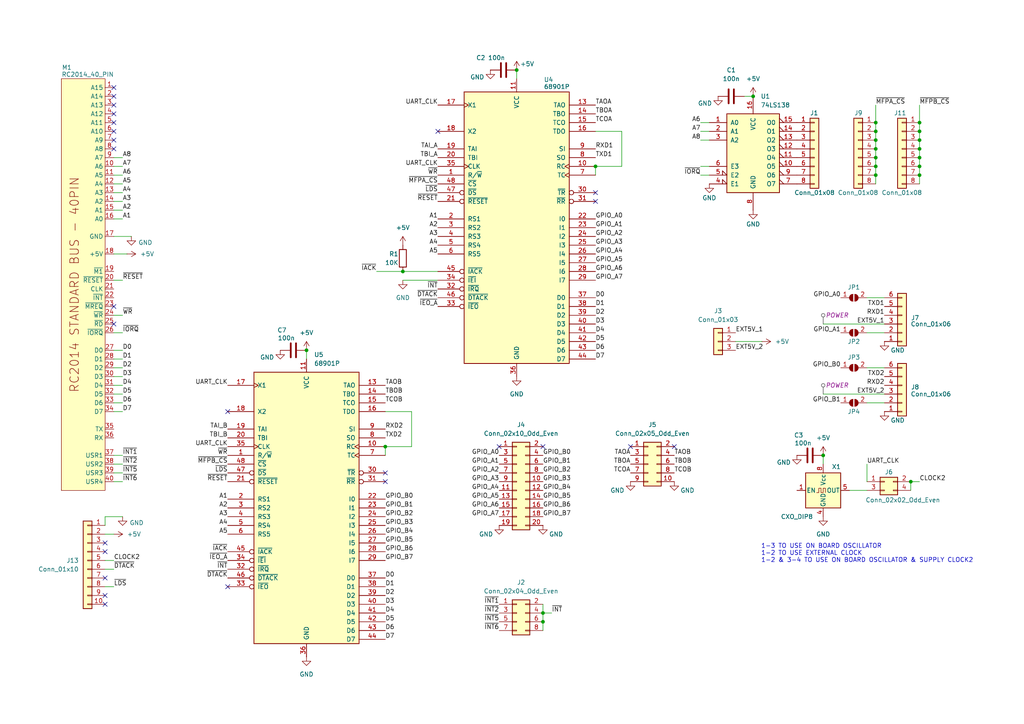
<source format=kicad_sch>
(kicad_sch (version 20250114) (generator "eeschema") (generator_version "9.0")
  (paper "A4")
  (lib_symbols
    (symbol "74xx:74LS138" (pin_names (offset 1.016))
      (property "Reference" "U" (at -7.62 11.43 0))
      (property "Value" "74LS138" (at -7.62 -13.97 0))
      (symbol "74LS138_1_0"
        (pin input line (at -12.7 7.62 0) (length 5.08) (name "A0") (number "1"))
        (pin input line (at -12.7 5.08 0) (length 5.08) (name "A1") (number "2"))
        (pin input line (at -12.7 2.54 0) (length 5.08) (name "A2") (number "3"))
        (pin input line (at -12.7 -5.08 0) (length 5.08) (name "E3") (number "6"))
        (pin input input_low (at -12.7 -7.62 0) (length 5.08) (name "E2") (number "5"))
        (pin input input_low (at -12.7 -10.16 0) (length 5.08) (name "E1") (number "4"))
        (pin power_in line (at 0 15.24 270) (length 5.08) (name "VCC") (number "16"))
        (pin power_in line (at 0 -17.78 90) (length 5.08) (name "GND") (number "8"))
        (pin output output_low (at 12.7 7.62 180) (length 5.08) (name "O0") (number "15"))
        (pin output output_low (at 12.7 5.08 180) (length 5.08) (name "O1") (number "14"))
        (pin output output_low (at 12.7 2.54 180) (length 5.08) (name "O2") (number "13"))
        (pin output output_low (at 12.7 0 180) (length 5.08) (name "O3") (number "12"))
        (pin output output_low (at 12.7 -2.54 180) (length 5.08) (name "O4") (number "11"))
        (pin output output_low (at 12.7 -5.08 180) (length 5.08) (name "O5") (number "10"))
        (pin output output_low (at 12.7 -7.62 180) (length 5.08) (name "O6") (number "9"))
        (pin output output_low (at 12.7 -10.16 180) (length 5.08) (name "O7") (number "7"))
      )
      (symbol "74LS138_1_1"
        (rectangle (start -7.62 10.16) (end 7.62 -12.7) (stroke (width 0.254)) (fill (type background)))
      )
    )
    (symbol "Connector_Generic:Conn_01x03" (pin_names (offset 1.016) (hide yes))
      (property "Reference" "J" (at 0 5.08 0))
      (property "Value" "Conn_01x03" (at 0 -5.08 0))
      (symbol "Conn_01x03_1_1"
        (rectangle (start -1.27 3.81) (end 1.27 -3.81) (stroke (width 0.254)) (fill (type background)))
        (rectangle (start -1.27 2.667) (end 0 2.413) (stroke (width 0.1524)))
        (rectangle (start -1.27 0.127) (end 0 -0.127) (stroke (width 0.1524)))
        (rectangle (start -1.27 -2.413) (end 0 -2.667) (stroke (width 0.1524)))
        (pin passive line (at -5.08 2.54 0) (length 3.81) (name "Pin_1") (number "1"))
        (pin passive line (at -5.08 0 0) (length 3.81) (name "Pin_2") (number "2"))
        (pin passive line (at -5.08 -2.54 0) (length 3.81) (name "Pin_3") (number "3"))
      )
    )
    (symbol "Connector_Generic:Conn_01x06" (pin_names (offset 1.016) (hide yes))
      (property "Reference" "J" (at 0 7.62 0))
      (property "Value" "Conn_01x06" (at 0 -10.16 0))
      (symbol "Conn_01x06_1_1"
        (rectangle (start -1.27 6.35) (end 1.27 -8.89) (stroke (width 0.254)) (fill (type background)))
        (rectangle (start -1.27 5.207) (end 0 4.953) (stroke (width 0.1524)))
        (rectangle (start -1.27 2.667) (end 0 2.413) (stroke (width 0.1524)))
        (rectangle (start -1.27 0.127) (end 0 -0.127) (stroke (width 0.1524)))
        (rectangle (start -1.27 -2.413) (end 0 -2.667) (stroke (width 0.1524)))
        (rectangle (start -1.27 -4.953) (end 0 -5.207) (stroke (width 0.1524)))
        (rectangle (start -1.27 -7.493) (end 0 -7.747) (stroke (width 0.1524)))
        (pin passive line (at -5.08 5.08 0) (length 3.81) (name "Pin_1") (number "1"))
        (pin passive line (at -5.08 2.54 0) (length 3.81) (name "Pin_2") (number "2"))
        (pin passive line (at -5.08 0 0) (length 3.81) (name "Pin_3") (number "3"))
        (pin passive line (at -5.08 -2.54 0) (length 3.81) (name "Pin_4") (number "4"))
        (pin passive line (at -5.08 -5.08 0) (length 3.81) (name "Pin_5") (number "5"))
        (pin passive line (at -5.08 -7.62 0) (length 3.81) (name "Pin_6") (number "6"))
      )
    )
    (symbol "Connector_Generic:Conn_01x08" (pin_names (offset 1.016) (hide yes))
      (property "Reference" "J" (at 0 10.16 0))
      (property "Value" "Conn_01x08" (at 0 -12.7 0))
      (symbol "Conn_01x08_1_1"
        (rectangle (start -1.27 8.89) (end 1.27 -11.43) (stroke (width 0.254)) (fill (type background)))
        (rectangle (start -1.27 7.747) (end 0 7.493) (stroke (width 0.1524)))
        (rectangle (start -1.27 5.207) (end 0 4.953) (stroke (width 0.1524)))
        (rectangle (start -1.27 2.667) (end 0 2.413) (stroke (width 0.1524)))
        (rectangle (start -1.27 0.127) (end 0 -0.127) (stroke (width 0.1524)))
        (rectangle (start -1.27 -2.413) (end 0 -2.667) (stroke (width 0.1524)))
        (rectangle (start -1.27 -4.953) (end 0 -5.207) (stroke (width 0.1524)))
        (rectangle (start -1.27 -7.493) (end 0 -7.747) (stroke (width 0.1524)))
        (rectangle (start -1.27 -10.033) (end 0 -10.287) (stroke (width 0.1524)))
        (pin passive line (at -5.08 7.62 0) (length 3.81) (name "Pin_1") (number "1"))
        (pin passive line (at -5.08 5.08 0) (length 3.81) (name "Pin_2") (number "2"))
        (pin passive line (at -5.08 2.54 0) (length 3.81) (name "Pin_3") (number "3"))
        (pin passive line (at -5.08 0 0) (length 3.81) (name "Pin_4") (number "4"))
        (pin passive line (at -5.08 -2.54 0) (length 3.81) (name "Pin_5") (number "5"))
        (pin passive line (at -5.08 -5.08 0) (length 3.81) (name "Pin_6") (number "6"))
        (pin passive line (at -5.08 -7.62 0) (length 3.81) (name "Pin_7") (number "7"))
        (pin passive line (at -5.08 -10.16 0) (length 3.81) (name "Pin_8") (number "8"))
      )
    )
    (symbol "Connector_Generic:Conn_01x10" (pin_names (offset 1.016) (hide yes))
      (property "Reference" "J" (at 0 12.7 0))
      (property "Value" "Conn_01x10" (at 0 -15.24 0))
      (symbol "Conn_01x10_1_1"
        (rectangle (start -1.27 11.43) (end 1.27 -13.97) (stroke (width 0.254)) (fill (type background)))
        (rectangle (start -1.27 10.287) (end 0 10.033) (stroke (width 0.1524)))
        (rectangle (start -1.27 7.747) (end 0 7.493) (stroke (width 0.1524)))
        (rectangle (start -1.27 5.207) (end 0 4.953) (stroke (width 0.1524)))
        (rectangle (start -1.27 2.667) (end 0 2.413) (stroke (width 0.1524)))
        (rectangle (start -1.27 0.127) (end 0 -0.127) (stroke (width 0.1524)))
        (rectangle (start -1.27 -2.413) (end 0 -2.667) (stroke (width 0.1524)))
        (rectangle (start -1.27 -4.953) (end 0 -5.207) (stroke (width 0.1524)))
        (rectangle (start -1.27 -7.493) (end 0 -7.747) (stroke (width 0.1524)))
        (rectangle (start -1.27 -10.033) (end 0 -10.287) (stroke (width 0.1524)))
        (rectangle (start -1.27 -12.573) (end 0 -12.827) (stroke (width 0.1524)))
        (pin passive line (at -5.08 10.16 0) (length 3.81) (name "Pin_1") (number "1"))
        (pin passive line (at -5.08 7.62 0) (length 3.81) (name "Pin_2") (number "2"))
        (pin passive line (at -5.08 5.08 0) (length 3.81) (name "Pin_3") (number "3"))
        (pin passive line (at -5.08 2.54 0) (length 3.81) (name "Pin_4") (number "4"))
        (pin passive line (at -5.08 0 0) (length 3.81) (name "Pin_5") (number "5"))
        (pin passive line (at -5.08 -2.54 0) (length 3.81) (name "Pin_6") (number "6"))
        (pin passive line (at -5.08 -5.08 0) (length 3.81) (name "Pin_7") (number "7"))
        (pin passive line (at -5.08 -7.62 0) (length 3.81) (name "Pin_8") (number "8"))
        (pin passive line (at -5.08 -10.16 0) (length 3.81) (name "Pin_9") (number "9"))
        (pin passive line (at -5.08 -12.7 0) (length 3.81) (name "Pin_10") (number "10"))
      )
    )
    (symbol "Connector_Generic:Conn_02x02_Odd_Even" (pin_names (offset 1.016) (hide yes))
      (property "Reference" "J" (at 1.27 2.54 0))
      (property "Value" "Conn_02x02_Odd_Even" (at 1.27 -5.08 0))
      (symbol "Conn_02x02_Odd_Even_1_1"
        (rectangle (start -1.27 1.27) (end 3.81 -3.81) (stroke (width 0.254)) (fill (type background)))
        (rectangle (start -1.27 0.127) (end 0 -0.127) (stroke (width 0.1524)))
        (rectangle (start -1.27 -2.413) (end 0 -2.667) (stroke (width 0.1524)))
        (rectangle (start 3.81 0.127) (end 2.54 -0.127) (stroke (width 0.1524)))
        (rectangle (start 3.81 -2.413) (end 2.54 -2.667) (stroke (width 0.1524)))
        (pin passive line (at -5.08 0 0) (length 3.81) (name "Pin_1") (number "1"))
        (pin passive line (at -5.08 -2.54 0) (length 3.81) (name "Pin_3") (number "3"))
        (pin passive line (at 7.62 0 180) (length 3.81) (name "Pin_2") (number "2"))
        (pin passive line (at 7.62 -2.54 180) (length 3.81) (name "Pin_4") (number "4"))
      )
    )
    (symbol "Connector_Generic:Conn_02x04_Odd_Even" (pin_names (offset 1.016) (hide yes))
      (property "Reference" "J" (at 1.27 5.08 0))
      (property "Value" "Conn_02x04_Odd_Even" (at 1.27 -7.62 0))
      (symbol "Conn_02x04_Odd_Even_1_1"
        (rectangle (start -1.27 3.81) (end 3.81 -6.35) (stroke (width 0.254)) (fill (type background)))
        (rectangle (start -1.27 2.667) (end 0 2.413) (stroke (width 0.1524)))
        (rectangle (start -1.27 0.127) (end 0 -0.127) (stroke (width 0.1524)))
        (rectangle (start -1.27 -2.413) (end 0 -2.667) (stroke (width 0.1524)))
        (rectangle (start -1.27 -4.953) (end 0 -5.207) (stroke (width 0.1524)))
        (rectangle (start 3.81 2.667) (end 2.54 2.413) (stroke (width 0.1524)))
        (rectangle (start 3.81 0.127) (end 2.54 -0.127) (stroke (width 0.1524)))
        (rectangle (start 3.81 -2.413) (end 2.54 -2.667) (stroke (width 0.1524)))
        (rectangle (start 3.81 -4.953) (end 2.54 -5.207) (stroke (width 0.1524)))
        (pin passive line (at -5.08 2.54 0) (length 3.81) (name "Pin_1") (number "1"))
        (pin passive line (at -5.08 0 0) (length 3.81) (name "Pin_3") (number "3"))
        (pin passive line (at -5.08 -2.54 0) (length 3.81) (name "Pin_5") (number "5"))
        (pin passive line (at -5.08 -5.08 0) (length 3.81) (name "Pin_7") (number "7"))
        (pin passive line (at 7.62 2.54 180) (length 3.81) (name "Pin_2") (number "2"))
        (pin passive line (at 7.62 0 180) (length 3.81) (name "Pin_4") (number "4"))
        (pin passive line (at 7.62 -2.54 180) (length 3.81) (name "Pin_6") (number "6"))
        (pin passive line (at 7.62 -5.08 180) (length 3.81) (name "Pin_8") (number "8"))
      )
    )
    (symbol "Connector_Generic:Conn_02x05_Odd_Even" (pin_names (offset 1.016) (hide yes))
      (property "Reference" "J" (at 1.27 7.62 0))
      (property "Value" "Conn_02x05_Odd_Even" (at 1.27 -7.62 0))
      (symbol "Conn_02x05_Odd_Even_1_1"
        (rectangle (start -1.27 6.35) (end 3.81 -6.35) (stroke (width 0.254)) (fill (type background)))
        (rectangle (start -1.27 5.207) (end 0 4.953) (stroke (width 0.1524)))
        (rectangle (start -1.27 2.667) (end 0 2.413) (stroke (width 0.1524)))
        (rectangle (start -1.27 0.127) (end 0 -0.127) (stroke (width 0.1524)))
        (rectangle (start -1.27 -2.413) (end 0 -2.667) (stroke (width 0.1524)))
        (rectangle (start -1.27 -4.953) (end 0 -5.207) (stroke (width 0.1524)))
        (rectangle (start 3.81 5.207) (end 2.54 4.953) (stroke (width 0.1524)))
        (rectangle (start 3.81 2.667) (end 2.54 2.413) (stroke (width 0.1524)))
        (rectangle (start 3.81 0.127) (end 2.54 -0.127) (stroke (width 0.1524)))
        (rectangle (start 3.81 -2.413) (end 2.54 -2.667) (stroke (width 0.1524)))
        (rectangle (start 3.81 -4.953) (end 2.54 -5.207) (stroke (width 0.1524)))
        (pin passive line (at -5.08 5.08 0) (length 3.81) (name "Pin_1") (number "1"))
        (pin passive line (at -5.08 2.54 0) (length 3.81) (name "Pin_3") (number "3"))
        (pin passive line (at -5.08 0 0) (length 3.81) (name "Pin_5") (number "5"))
        (pin passive line (at -5.08 -2.54 0) (length 3.81) (name "Pin_7") (number "7"))
        (pin passive line (at -5.08 -5.08 0) (length 3.81) (name "Pin_9") (number "9"))
        (pin passive line (at 7.62 5.08 180) (length 3.81) (name "Pin_2") (number "2"))
        (pin passive line (at 7.62 2.54 180) (length 3.81) (name "Pin_4") (number "4"))
        (pin passive line (at 7.62 0 180) (length 3.81) (name "Pin_6") (number "6"))
        (pin passive line (at 7.62 -2.54 180) (length 3.81) (name "Pin_8") (number "8"))
        (pin passive line (at 7.62 -5.08 180) (length 3.81) (name "Pin_10") (number "10"))
      )
    )
    (symbol "Connector_Generic:Conn_02x10_Odd_Even" (pin_names (offset 1.016) (hide yes))
      (property "Reference" "J" (at 1.27 12.7 0))
      (property "Value" "Conn_02x10_Odd_Even" (at 1.27 -15.24 0))
      (symbol "Conn_02x10_Odd_Even_1_1"
        (rectangle (start -1.27 11.43) (end 3.81 -13.97) (stroke (width 0.254)) (fill (type background)))
        (rectangle (start -1.27 10.287) (end 0 10.033) (stroke (width 0.1524)))
        (rectangle (start -1.27 7.747) (end 0 7.493) (stroke (width 0.1524)))
        (rectangle (start -1.27 5.207) (end 0 4.953) (stroke (width 0.1524)))
        (rectangle (start -1.27 2.667) (end 0 2.413) (stroke (width 0.1524)))
        (rectangle (start -1.27 0.127) (end 0 -0.127) (stroke (width 0.1524)))
        (rectangle (start -1.27 -2.413) (end 0 -2.667) (stroke (width 0.1524)))
        (rectangle (start -1.27 -4.953) (end 0 -5.207) (stroke (width 0.1524)))
        (rectangle (start -1.27 -7.493) (end 0 -7.747) (stroke (width 0.1524)))
        (rectangle (start -1.27 -10.033) (end 0 -10.287) (stroke (width 0.1524)))
        (rectangle (start -1.27 -12.573) (end 0 -12.827) (stroke (width 0.1524)))
        (rectangle (start 3.81 10.287) (end 2.54 10.033) (stroke (width 0.1524)))
        (rectangle (start 3.81 7.747) (end 2.54 7.493) (stroke (width 0.1524)))
        (rectangle (start 3.81 5.207) (end 2.54 4.953) (stroke (width 0.1524)))
        (rectangle (start 3.81 2.667) (end 2.54 2.413) (stroke (width 0.1524)))
        (rectangle (start 3.81 0.127) (end 2.54 -0.127) (stroke (width 0.1524)))
        (rectangle (start 3.81 -2.413) (end 2.54 -2.667) (stroke (width 0.1524)))
        (rectangle (start 3.81 -4.953) (end 2.54 -5.207) (stroke (width 0.1524)))
        (rectangle (start 3.81 -7.493) (end 2.54 -7.747) (stroke (width 0.1524)))
        (rectangle (start 3.81 -10.033) (end 2.54 -10.287) (stroke (width 0.1524)))
        (rectangle (start 3.81 -12.573) (end 2.54 -12.827) (stroke (width 0.1524)))
        (pin passive line (at -5.08 10.16 0) (length 3.81) (name "Pin_1") (number "1"))
        (pin passive line (at -5.08 7.62 0) (length 3.81) (name "Pin_3") (number "3"))
        (pin passive line (at -5.08 5.08 0) (length 3.81) (name "Pin_5") (number "5"))
        (pin passive line (at -5.08 2.54 0) (length 3.81) (name "Pin_7") (number "7"))
        (pin passive line (at -5.08 0 0) (length 3.81) (name "Pin_9") (number "9"))
        (pin passive line (at -5.08 -2.54 0) (length 3.81) (name "Pin_11") (number "11"))
        (pin passive line (at -5.08 -5.08 0) (length 3.81) (name "Pin_13") (number "13"))
        (pin passive line (at -5.08 -7.62 0) (length 3.81) (name "Pin_15") (number "15"))
        (pin passive line (at -5.08 -10.16 0) (length 3.81) (name "Pin_17") (number "17"))
        (pin passive line (at -5.08 -12.7 0) (length 3.81) (name "Pin_19") (number "19"))
        (pin passive line (at 7.62 10.16 180) (length 3.81) (name "Pin_2") (number "2"))
        (pin passive line (at 7.62 7.62 180) (length 3.81) (name "Pin_4") (number "4"))
        (pin passive line (at 7.62 5.08 180) (length 3.81) (name "Pin_6") (number "6"))
        (pin passive line (at 7.62 2.54 180) (length 3.81) (name "Pin_8") (number "8"))
        (pin passive line (at 7.62 0 180) (length 3.81) (name "Pin_10") (number "10"))
        (pin passive line (at 7.62 -2.54 180) (length 3.81) (name "Pin_12") (number "12"))
        (pin passive line (at 7.62 -5.08 180) (length 3.81) (name "Pin_14") (number "14"))
        (pin passive line (at 7.62 -7.62 180) (length 3.81) (name "Pin_16") (number "16"))
        (pin passive line (at 7.62 -10.16 180) (length 3.81) (name "Pin_18") (number "18"))
        (pin passive line (at 7.62 -12.7 180) (length 3.81) (name "Pin_20") (number "20"))
      )
    )
    (symbol "Device:C" (pin_numbers (hide yes)) (pin_names (offset 0.254))
      (property "Reference" "C" (at 0.635 2.54 0))
      (property "Value" "C" (at 0.635 -2.54 0))
      (symbol "C_0_1"
        (polyline (pts (xy -2.032 0.762) (xy 2.032 0.762)) (stroke (width 0.508)))
        (polyline (pts (xy -2.032 -0.762) (xy 2.032 -0.762)) (stroke (width 0.508)))
      )
      (symbol "C_1_1"
        (pin passive line (at 0 3.81 270) (length 2.794) (name "~") (number "1"))
        (pin passive line (at 0 -3.81 90) (length 2.794) (name "~") (number "2"))
      )
    )
    (symbol "Device:R" (pin_numbers (hide yes)) (pin_names (offset 0))
      (property "Reference" "R" (at 2.032 0 90))
      (property "Value" "R" (at 0 0 90))
      (symbol "R_0_1"
        (rectangle (start -1.016 -2.54) (end 1.016 2.54) (stroke (width 0.254)))
      )
      (symbol "R_1_1"
        (pin passive line (at 0 3.81 270) (length 1.27) (name "~") (number "1"))
        (pin passive line (at 0 -3.81 90) (length 1.27) (name "~") (number "2"))
      )
    )
    (symbol "Jumper:SolderJumper_2_Open" (pin_names (offset 0) (hide yes))
      (property "Reference" "JP" (at 0 2.032 0))
      (property "Value" "SolderJumper_2_Open" (at 0 -2.54 0))
      (symbol "SolderJumper_2_Open_0_1"
        (polyline (pts (xy -0.254 1.016) (xy -0.254 -1.016)))
        (arc (start -0.254 -1.016) (mid -1.2656 0) (end -0.254 1.016))
        (arc (start -0.254 -1.016) (mid -1.2656 0) (end -0.254 1.016) (fill (type outline)))
        (arc (start 0.254 1.016) (mid 1.2656 0) (end 0.254 -1.016))
        (arc (start 0.254 1.016) (mid 1.2656 0) (end 0.254 -1.016) (fill (type outline)))
        (polyline (pts (xy 0.254 1.016) (xy 0.254 -1.016)))
      )
      (symbol "SolderJumper_2_Open_1_1"
        (pin passive line (at -3.81 0 0) (length 2.54) (name "A") (number "1"))
        (pin passive line (at 3.81 0 180) (length 2.54) (name "B") (number "2"))
      )
    )
    (symbol "MyLibrary2023:68901P" (pin_names (offset 1.016))
      (property "Reference" "U" (at 0 2.54 0))
      (property "Value" "68901P" (at 0 -2.54 0))
      (symbol "68901P_0_1"
        (rectangle (start -15.24 -39.37) (end 15.24 39.37) (stroke (width 0.254)) (fill (type background)))
      )
      (symbol "68901P_1_1"
        (pin input clock (at -22.86 35.56 0) (length 7.62) (name "X1") (number "17"))
        (pin input line (at -22.86 27.94 0) (length 7.62) (name "X2") (number "18"))
        (pin input line (at -22.86 22.86 0) (length 7.62) (name "TAI") (number "19"))
        (pin input line (at -22.86 20.32 0) (length 7.62) (name "TBI") (number "20"))
        (pin input clock (at -22.86 17.78 0) (length 7.62) (name "CLK") (number "35"))
        (pin input line (at -22.86 15.24 0) (length 7.62) (name "R/~{W}") (number "1"))
        (pin input line (at -22.86 12.7 0) (length 7.62) (name "~{CS}") (number "48"))
        (pin input inverted (at -22.86 10.16 0) (length 7.62) (name "~{DS}") (number "47"))
        (pin input inverted (at -22.86 7.62 0) (length 7.62) (name "~{RESET}") (number "21"))
        (pin input line (at -22.86 2.54 0) (length 7.62) (name "RS1") (number "2"))
        (pin input line (at -22.86 0 0) (length 7.62) (name "RS2") (number "3"))
        (pin input line (at -22.86 -2.54 0) (length 7.62) (name "RS3") (number "4"))
        (pin input line (at -22.86 -5.08 0) (length 7.62) (name "RS4") (number "5"))
        (pin input line (at -22.86 -7.62 0) (length 7.62) (name "RS5") (number "6"))
        (pin input inverted (at -22.86 -12.7 0) (length 7.62) (name "~{IACK}") (number "45"))
        (pin input inverted (at -22.86 -15.24 0) (length 7.62) (name "~{IEI}") (number "34"))
        (pin output inverted (at -22.86 -17.78 0) (length 7.62) (name "~{IRQ}") (number "32"))
        (pin output inverted (at -22.86 -20.32 0) (length 7.62) (name "~{DTACK}") (number "46"))
        (pin output inverted (at -22.86 -22.86 0) (length 7.62) (name "~{IEO}") (number "33"))
        (pin no_connect line (at -22.86 -30.48 0) (length 7.62) (hide yes) (name "NC") (number "12"))
        (pin power_in line (at 0 43.18 270) (length 3.81) (name "VCC") (number "11"))
        (pin power_in line (at 0 -43.18 90) (length 3.81) (name "GND") (number "36"))
        (pin output line (at 22.86 35.56 180) (length 7.62) (name "TAO") (number "13"))
        (pin output line (at 22.86 33.02 180) (length 7.62) (name "TBO") (number "14"))
        (pin output line (at 22.86 30.48 180) (length 7.62) (name "TCO") (number "15"))
        (pin output line (at 22.86 27.94 180) (length 7.62) (name "TDO") (number "16"))
        (pin input line (at 22.86 22.86 180) (length 7.62) (name "SI") (number "9"))
        (pin output line (at 22.86 20.32 180) (length 7.62) (name "SO") (number "8"))
        (pin input clock (at 22.86 17.78 180) (length 7.62) (name "RC") (number "10"))
        (pin input clock (at 22.86 15.24 180) (length 7.62) (name "TC") (number "7"))
        (pin output inverted (at 22.86 10.16 180) (length 7.62) (name "~{TR}") (number "30"))
        (pin output inverted (at 22.86 7.62 180) (length 7.62) (name "~{RR}") (number "31"))
        (pin input line (at 22.86 2.54 180) (length 7.62) (name "I0") (number "22"))
        (pin input line (at 22.86 0 180) (length 7.62) (name "I1") (number "23"))
        (pin input line (at 22.86 -2.54 180) (length 7.62) (name "I2") (number "24"))
        (pin input line (at 22.86 -5.08 180) (length 7.62) (name "I3") (number "25"))
        (pin input line (at 22.86 -7.62 180) (length 7.62) (name "I4") (number "26"))
        (pin input line (at 22.86 -10.16 180) (length 7.62) (name "I5") (number "27"))
        (pin input line (at 22.86 -12.7 180) (length 7.62) (name "I6") (number "28"))
        (pin input line (at 22.86 -15.24 180) (length 7.62) (name "I7") (number "29"))
        (pin input line (at 22.86 -20.32 180) (length 7.62) (name "D0") (number "37"))
        (pin input line (at 22.86 -22.86 180) (length 7.62) (name "D1") (number "38"))
        (pin input line (at 22.86 -25.4 180) (length 7.62) (name "D2") (number "39"))
        (pin input line (at 22.86 -27.94 180) (length 7.62) (name "D3") (number "40"))
        (pin input line (at 22.86 -30.48 180) (length 7.62) (name "D4") (number "41"))
        (pin input line (at 22.86 -33.02 180) (length 7.62) (name "D5") (number "42"))
        (pin input line (at 22.86 -35.56 180) (length 7.62) (name "D6") (number "43"))
        (pin input line (at 22.86 -38.1 180) (length 7.62) (name "D7") (number "44"))
      )
    )
    (symbol "MyLibrary2023:RC2014_40_PIN"
      (property "Reference" "M" (at -6.35 57.15 0))
      (property "Value" "RC2014_40_PIN" (at 0 -64.77 0))
      (symbol "RC2014_40_PIN_1_1"
        (rectangle (start -7.62 55.88) (end 5.08 -63.5) (fill (type background)))
        (text "RC2014 STANDARD BUS - 40PIN" (at -3.81 -3.81 900) (effects (font (size 2.5 2.5))))
        (pin bidirectional line (at 7.62 53.34 180) (length 2.54) (name "A15") (number "1"))
        (pin bidirectional line (at 7.62 50.8 180) (length 2.54) (name "A14") (number "2"))
        (pin bidirectional line (at 7.62 48.26 180) (length 2.54) (name "A13") (number "3"))
        (pin bidirectional line (at 7.62 45.72 180) (length 2.54) (name "A12") (number "4"))
        (pin bidirectional line (at 7.62 43.18 180) (length 2.54) (name "A11") (number "5"))
        (pin bidirectional line (at 7.62 40.64 180) (length 2.54) (name "A10") (number "6"))
        (pin bidirectional line (at 7.62 38.1 180) (length 2.54) (name "A9") (number "7"))
        (pin bidirectional line (at 7.62 35.56 180) (length 2.54) (name "A8") (number "8"))
        (pin bidirectional line (at 7.62 33.02 180) (length 2.54) (name "A7") (number "9"))
        (pin bidirectional line (at 7.62 30.48 180) (length 2.54) (name "A6") (number "10"))
        (pin bidirectional line (at 7.62 27.94 180) (length 2.54) (name "A5") (number "11"))
        (pin bidirectional line (at 7.62 25.4 180) (length 2.54) (name "A4") (number "12"))
        (pin bidirectional line (at 7.62 22.86 180) (length 2.54) (name "A3") (number "13"))
        (pin bidirectional line (at 7.62 20.32 180) (length 2.54) (name "A2") (number "14"))
        (pin bidirectional line (at 7.62 17.78 180) (length 2.54) (name "A1") (number "15"))
        (pin bidirectional line (at 7.62 15.24 180) (length 2.54) (name "A0") (number "16"))
        (pin power_out line (at 7.62 10.16 180) (length 2.54) (name "GND") (number "17"))
        (pin bidirectional line (at 7.62 5.08 180) (length 2.54) (name "+5V") (number "18"))
        (pin bidirectional line (at 7.62 0 180) (length 2.54) (name "~{M1}") (number "19"))
        (pin bidirectional line (at 7.62 -2.54 180) (length 2.54) (name "~{RESET}") (number "20"))
        (pin bidirectional line (at 7.62 -5.08 180) (length 2.54) (name "CLK") (number "21"))
        (pin bidirectional line (at 7.62 -7.62 180) (length 2.54) (name "~{INT}") (number "22"))
        (pin bidirectional line (at 7.62 -10.16 180) (length 2.54) (name "~{MREQ}") (number "23"))
        (pin bidirectional line (at 7.62 -12.7 180) (length 2.54) (name "~{WR}") (number "24"))
        (pin bidirectional line (at 7.62 -15.24 180) (length 2.54) (name "~{RD}") (number "25"))
        (pin bidirectional line (at 7.62 -17.78 180) (length 2.54) (name "~{IORQ}") (number "26"))
        (pin bidirectional line (at 7.62 -22.86 180) (length 2.54) (name "D0") (number "27"))
        (pin bidirectional line (at 7.62 -25.4 180) (length 2.54) (name "D1") (number "28"))
        (pin bidirectional line (at 7.62 -27.94 180) (length 2.54) (name "D2") (number "29"))
        (pin bidirectional line (at 7.62 -30.48 180) (length 2.54) (name "D3") (number "30"))
        (pin bidirectional line (at 7.62 -33.02 180) (length 2.54) (name "D4") (number "31"))
        (pin bidirectional line (at 7.62 -35.56 180) (length 2.54) (name "D5") (number "32"))
        (pin bidirectional line (at 7.62 -38.1 180) (length 2.54) (name "D6") (number "33"))
        (pin bidirectional line (at 7.62 -40.64 180) (length 2.54) (name "D7") (number "34"))
        (pin bidirectional line (at 7.62 -45.72 180) (length 2.54) (name "TX") (number "35"))
        (pin bidirectional line (at 7.62 -48.26 180) (length 2.54) (name "RX") (number "36"))
        (pin bidirectional line (at 7.62 -53.34 180) (length 2.54) (name "USR1") (number "37"))
        (pin bidirectional line (at 7.62 -55.88 180) (length 2.54) (name "USR2") (number "38"))
        (pin bidirectional line (at 7.62 -58.42 180) (length 2.54) (name "USR3") (number "39"))
        (pin bidirectional line (at 7.62 -60.96 180) (length 2.54) (name "USR4") (number "40"))
      )
    )
    (symbol "Oscillator:CXO_DIP8" (pin_names (offset 0.254))
      (property "Reference" "X" (at -5.08 6.35 0))
      (property "Value" "CXO_DIP8" (at 1.27 -6.35 0))
      (symbol "CXO_DIP8_0_1"
        (rectangle (start -5.08 5.08) (end 5.08 -5.08) (stroke (width 0.254)) (fill (type background)))
        (polyline (pts (xy -1.905 -0.635) (xy -1.27 -0.635) (xy -1.27 0.635) (xy -0.635 0.635) (xy -0.635 -0.635) (xy 0 -0.635) (xy 0 0.635) (xy 0.635 0.635) (xy 0.635 -0.635)))
      )
      (symbol "CXO_DIP8_1_1"
        (pin input line (at -7.62 0 0) (length 2.54) (name "EN") (number "1"))
        (pin power_in line (at 0 7.62 270) (length 2.54) (name "Vcc") (number "8"))
        (pin power_in line (at 0 -7.62 90) (length 2.54) (name "GND") (number "4"))
        (pin output line (at 7.62 0 180) (length 2.54) (name "OUT") (number "5"))
      )
    )
    (symbol "power:+5V" (power) (pin_numbers (hide yes)) (pin_names (offset 0) (hide yes))
      (property "Value" "+5V" (at 0 3.556 0))
      (symbol "+5V_0_1"
        (polyline (pts (xy -0.762 1.27) (xy 0 2.54)))
        (polyline (pts (xy 0 2.54) (xy 0.762 1.27)))
        (polyline (pts (xy 0 0) (xy 0 2.54)))
      )
      (symbol "+5V_1_1"
        (pin power_in line (at 0 0 90) (length 0) (name "~") (number "1"))
      )
    )
    (symbol "power:GND" (power) (pin_numbers (hide yes)) (pin_names (offset 0) (hide yes))
      (property "Value" "GND" (at 0 -3.81 0))
      (symbol "GND_0_1"
        (polyline (pts (xy 0 0) (xy 0 -1.27) (xy 1.27 -1.27) (xy 0 -2.54) (xy -1.27 -1.27) (xy 0 -1.27)))
      )
      (symbol "GND_1_1"
        (pin power_in line (at 0 0 270) (length 0) (name "~") (number "1"))
      )
    )
  )
  (text "1-3 TO USE ON BOARD OSCILLATOR\n1-2 TO USE EXTERNAL CLOCK\n1-2 & 3-4 TO USE ON BOARD OSCILLATOR & SUPPLY CLOCK2" (at 220.726 160.528 0) (effects (font (size 1.27 1.27)) (justify left)))
  (junction (at 254 40.64))
  (junction (at 266.7 38.1))
  (junction (at 254 38.1))
  (junction (at 264.16 139.7))
  (junction (at 254 35.56))
  (junction (at 111.76 129.54))
  (junction (at 266.7 48.26))
  (junction (at 157.48 177.8))
  (junction (at 266.7 50.8))
  (junction (at 266.7 35.56))
  (junction (at 266.7 43.18))
  (junction (at 266.7 40.64))
  (junction (at 157.48 180.34))
  (junction (at 218.44 27.94))
  (junction (at 254 45.72))
  (junction (at 116.84 78.74))
  (junction (at 266.7 45.72))
  (junction (at 149.86 20.32))
  (junction (at 172.72 48.26))
  (junction (at 254 50.8))
  (junction (at 254 43.18))
  (junction (at 238.76 132.08))
  (junction (at 254 48.26))
  (junction (at 88.9 101.6))
  (no_connect (at 157.48 129.54))
  (no_connect (at 30.48 175.26))
  (no_connect (at 33.02 25.4))
  (no_connect (at 111.76 137.16))
  (no_connect (at 172.72 58.42))
  (no_connect (at 30.48 167.64))
  (no_connect (at 127 38.1))
  (no_connect (at 66.04 170.18))
  (no_connect (at 33.02 43.18))
  (no_connect (at 111.76 139.7))
  (no_connect (at 66.04 119.38))
  (no_connect (at 144.78 129.54))
  (no_connect (at 33.02 27.94))
  (no_connect (at 30.48 160.02))
  (no_connect (at 30.48 157.48))
  (no_connect (at 33.02 88.9))
  (no_connect (at 33.02 38.1))
  (no_connect (at 182.88 129.54))
  (no_connect (at 33.02 33.02))
  (no_connect (at 33.02 40.64))
  (no_connect (at 195.58 129.54))
  (no_connect (at 33.02 93.98))
  (no_connect (at 33.02 35.56))
  (no_connect (at 30.48 172.72))
  (no_connect (at 33.02 30.48))
  (no_connect (at 172.72 55.88))
  (wire (pts (xy 33.02 119.38) (xy 35.56 119.38)))
  (wire (pts (xy 160.02 177.8) (xy 157.48 177.8)))
  (wire (pts (xy 33.02 48.26) (xy 35.56 48.26)))
  (wire (pts (xy 33.02 116.84) (xy 35.56 116.84)))
  (wire (pts (xy 149.86 20.32) (xy 149.86 22.86)))
  (wire (pts (xy 33.02 96.52) (xy 35.56 96.52)))
  (wire (pts (xy 35.56 149.86) (xy 30.48 149.86)))
  (wire (pts (xy 33.02 114.3) (xy 35.56 114.3)))
  (wire (pts (xy 157.48 175.26) (xy 157.48 177.8)))
  (wire (pts (xy 215.9 27.94) (xy 218.44 27.94)))
  (wire (pts (xy 254 48.26) (xy 254 50.8)))
  (wire (pts (xy 33.02 111.76) (xy 35.56 111.76)))
  (wire (pts (xy 157.48 180.34) (xy 157.48 182.88)))
  (wire (pts (xy 251.46 106.68) (xy 256.54 106.68)))
  (wire (pts (xy 254 50.8) (xy 254 53.34)))
  (wire (pts (xy 116.84 78.74) (xy 127 78.74)))
  (wire (pts (xy 35.56 63.5) (xy 33.02 63.5)))
  (wire (pts (xy 35.56 139.7) (xy 33.02 139.7)))
  (wire (pts (xy 33.02 68.58) (xy 38.1 68.58)))
  (wire (pts (xy 109.22 78.74) (xy 116.84 78.74)))
  (wire (pts (xy 30.48 165.1) (xy 33.02 165.1)))
  (wire (pts (xy 254 38.1) (xy 254 40.64)))
  (wire (pts (xy 238.76 93.98) (xy 256.54 93.98)))
  (wire (pts (xy 111.76 119.38) (xy 119.38 119.38)))
  (wire (pts (xy 33.02 53.34) (xy 35.56 53.34)))
  (wire (pts (xy 266.7 30.48) (xy 266.7 35.56)))
  (wire (pts (xy 266.7 50.8) (xy 266.7 53.34)))
  (wire (pts (xy 111.76 129.54) (xy 111.76 132.08)))
  (wire (pts (xy 35.56 55.88) (xy 33.02 55.88)))
  (wire (pts (xy 203.2 48.26) (xy 205.74 48.26)))
  (wire (pts (xy 33.02 104.14) (xy 35.56 104.14)))
  (wire (pts (xy 172.72 48.26) (xy 172.72 50.8)))
  (wire (pts (xy 203.2 40.64) (xy 205.74 40.64)))
  (wire (pts (xy 172.72 38.1) (xy 180.34 38.1)))
  (wire (pts (xy 33.02 50.8) (xy 35.56 50.8)))
  (wire (pts (xy 33.02 91.44) (xy 35.56 91.44)))
  (wire (pts (xy 33.02 154.94) (xy 30.48 154.94)))
  (wire (pts (xy 254 30.48) (xy 254 35.56)))
  (wire (pts (xy 35.56 134.62) (xy 33.02 134.62)))
  (wire (pts (xy 266.7 48.26) (xy 266.7 50.8)))
  (wire (pts (xy 180.34 38.1) (xy 180.34 48.26)))
  (wire (pts (xy 119.38 129.54) (xy 111.76 129.54)))
  (wire (pts (xy 88.9 101.6) (xy 88.9 104.14)))
  (wire (pts (xy 251.46 134.62) (xy 251.46 139.7)))
  (wire (pts (xy 251.46 116.84) (xy 256.54 116.84)))
  (wire (pts (xy 33.02 162.56) (xy 30.48 162.56)))
  (wire (pts (xy 254 35.56) (xy 254 38.1)))
  (wire (pts (xy 33.02 73.66) (xy 36.83 73.66)))
  (wire (pts (xy 33.02 101.6) (xy 35.56 101.6)))
  (wire (pts (xy 33.02 170.18) (xy 30.48 170.18)))
  (wire (pts (xy 238.76 132.08) (xy 238.76 134.62)))
  (wire (pts (xy 203.2 35.56) (xy 205.74 35.56)))
  (wire (pts (xy 33.02 81.28) (xy 35.56 81.28)))
  (wire (pts (xy 264.16 139.7) (xy 266.7 139.7)))
  (wire (pts (xy 264.16 139.7) (xy 264.16 142.24)))
  (wire (pts (xy 266.7 45.72) (xy 266.7 48.26)))
  (wire (pts (xy 251.46 96.52) (xy 256.54 96.52)))
  (wire (pts (xy 35.56 132.08) (xy 33.02 132.08)))
  (wire (pts (xy 238.76 114.3) (xy 256.54 114.3)))
  (wire (pts (xy 116.84 81.28) (xy 127 81.28)))
  (wire (pts (xy 266.7 38.1) (xy 266.7 40.64)))
  (wire (pts (xy 33.02 109.22) (xy 35.56 109.22)))
  (wire (pts (xy 33.02 45.72) (xy 35.56 45.72)))
  (wire (pts (xy 180.34 48.26) (xy 172.72 48.26)))
  (wire (pts (xy 254 45.72) (xy 254 48.26)))
  (wire (pts (xy 157.48 177.8) (xy 157.48 180.34)))
  (wire (pts (xy 254 40.64) (xy 254 43.18)))
  (wire (pts (xy 203.2 50.8) (xy 205.74 50.8)))
  (wire (pts (xy 251.46 86.36) (xy 256.54 86.36)))
  (wire (pts (xy 266.7 35.56) (xy 266.7 38.1)))
  (wire (pts (xy 119.38 119.38) (xy 119.38 129.54)))
  (wire (pts (xy 246.38 142.24) (xy 251.46 142.24)))
  (wire (pts (xy 35.56 60.96) (xy 33.02 60.96)))
  (wire (pts (xy 30.48 149.86) (xy 30.48 152.4)))
  (wire (pts (xy 254 43.18) (xy 254 45.72)))
  (wire (pts (xy 266.7 40.64) (xy 266.7 43.18)))
  (wire (pts (xy 35.56 137.16) (xy 33.02 137.16)))
  (wire (pts (xy 33.02 106.68) (xy 35.56 106.68)))
  (wire (pts (xy 266.7 43.18) (xy 266.7 45.72)))
  (wire (pts (xy 203.2 38.1) (xy 205.74 38.1)))
  (wire (pts (xy 213.36 99.06) (xy 220.98 99.06)))
  (wire (pts (xy 35.56 58.42) (xy 33.02 58.42)))
  (label "TXD2" (at 256.54 109.22 180))
  (label "GPIO_B3" (at 111.76 152.4 0))
  (label "A4" (at 66.04 152.4 180))
  (label "GPIO_A2" (at 144.78 137.16 180))
  (label "TCOA" (at 172.72 35.56 0))
  (label "GPIO_B2" (at 157.48 137.16 0))
  (label "RXD2" (at 256.54 111.76 180))
  (label "~{MFPA_CS}" (at 127 53.34 180))
  (label "GPIO_A0" (at 172.72 63.5 0))
  (label "~{INT2}" (at 35.56 134.62 0))
  (label "TCOB" (at 195.58 137.16 0))
  (label "A3" (at 127 68.58 180))
  (label "EXT5V_2" (at 256.54 114.3 180))
  (label "A4" (at 127 71.12 180))
  (label "A2" (at 66.04 147.32 180))
  (label "A6" (at 35.56 50.8 0))
  (label "~{INT}" (at 127 83.82 180))
  (label "GPIO_B4" (at 157.48 142.24 0))
  (label "GPIO_B7" (at 157.48 149.86 0))
  (label "GPIO_A3" (at 172.72 71.12 0))
  (label "~{INT1}" (at 35.56 132.08 0))
  (label "TCOB" (at 111.76 116.84 0))
  (label "A6" (at 203.2 35.56 180))
  (label "EXT5V_2" (at 213.36 101.6 0))
  (label "A3" (at 35.56 58.42 0))
  (label "~{INT6}" (at 35.56 139.7 0))
  (label "D4" (at 111.76 177.8 0))
  (label "TBOB" (at 111.76 114.3 0))
  (label "D2" (at 35.56 106.68 0))
  (label "A1" (at 66.04 144.78 180))
  (label "D2" (at 111.76 172.72 0))
  (label "D2" (at 172.72 91.44 0))
  (label "GPIO_A3" (at 144.78 139.7 180))
  (label "~{IORQ}" (at 35.56 96.52 0))
  (label "A5" (at 127 73.66 180))
  (label "TAOB" (at 195.58 132.08 0))
  (label "EXT5V_1" (at 256.54 93.98 180))
  (label "GPIO_B0" (at 243.84 106.68 180))
  (label "TBI_A" (at 127 45.72 180))
  (label "UART_CLK" (at 127 30.48 180))
  (label "~{DTACK}" (at 66.04 167.64 180))
  (label "GPIO_A6" (at 144.78 147.32 180))
  (label "D1" (at 172.72 88.9 0))
  (label "~{LDS}" (at 127 55.88 180))
  (label "~{RESET}" (at 127 58.42 180))
  (label "A1" (at 35.56 63.5 0))
  (label "GPIO_B2" (at 111.76 149.86 0))
  (label "A7" (at 35.56 48.26 0))
  (label "D0" (at 35.56 101.6 0))
  (label "~{LDS}" (at 33.02 170.18 0))
  (label "RXD2" (at 111.76 124.46 0))
  (label "TAI_A" (at 127 43.18 180))
  (label "~{IEO_A}" (at 66.04 162.56 180))
  (label "A2" (at 127 66.04 180))
  (label "GPIO_A1" (at 144.78 134.62 180))
  (label "D4" (at 35.56 111.76 0))
  (label "~{IACK}" (at 109.22 78.74 180))
  (label "TXD1" (at 256.54 88.9 180))
  (label "D7" (at 111.76 185.42 0))
  (label "GPIO_A1" (at 243.84 96.52 180))
  (label "~{MFPB_CS}" (at 66.04 134.62 180))
  (label "TBI_B" (at 66.04 127 180))
  (label "~{IACK}" (at 66.04 160.02 180))
  (label "D3" (at 111.76 175.26 0))
  (label "~{LDS}" (at 66.04 137.16 180))
  (label "GPIO_A0" (at 144.78 132.08 180))
  (label "TXD1" (at 172.72 45.72 0))
  (label "RXD1" (at 172.72 43.18 0))
  (label "D4" (at 172.72 96.52 0))
  (label "~{RESET}" (at 66.04 139.7 180))
  (label "GPIO_B1" (at 157.48 134.62 0))
  (label "GPIO_A1" (at 172.72 66.04 0))
  (label "TAOA" (at 172.72 30.48 0))
  (label "~{WR}" (at 66.04 132.08 180))
  (label "GPIO_A7" (at 144.78 149.86 180))
  (label "A8" (at 35.56 45.72 0))
  (label "GPIO_A7" (at 172.72 81.28 0))
  (label "GPIO_B6" (at 111.76 160.02 0))
  (label "GPIO_B5" (at 111.76 157.48 0))
  (label "TAI_B" (at 66.04 124.46 180))
  (label "~{WR}" (at 127 50.8 180))
  (label "~{INT}" (at 160.02 177.8 0))
  (label "A5" (at 35.56 53.34 0))
  (label "D1" (at 35.56 104.14 0))
  (label "~{INT5}" (at 144.78 180.34 180))
  (label "GPIO_B1" (at 243.84 116.84 180))
  (label "~{MFPA_CS}" (at 254 30.48 0))
  (label "UART_CLK" (at 127 48.26 180))
  (label "D5" (at 172.72 99.06 0))
  (label "GPIO_B1" (at 111.76 147.32 0))
  (label "D7" (at 35.56 119.38 0))
  (label "GPIO_B0" (at 111.76 144.78 0))
  (label "GPIO_A4" (at 144.78 142.24 180))
  (label "A1" (at 127 63.5 180))
  (label "EXT5V_1" (at 213.36 96.52 0))
  (label "CLOCK2" (at 33.02 162.56 0))
  (label "A5" (at 66.04 154.94 180))
  (label "A8" (at 203.2 40.64 180))
  (label "GPIO_B4" (at 111.76 154.94 0))
  (label "A2" (at 35.56 60.96 0))
  (label "GPIO_A5" (at 144.78 144.78 180))
  (label "A4" (at 35.56 55.88 0))
  (label "D0" (at 172.72 86.36 0))
  (label "A3" (at 66.04 149.86 180))
  (label "TAOA" (at 182.88 132.08 180))
  (label "D5" (at 111.76 180.34 0))
  (label "GPIO_A6" (at 172.72 78.74 0))
  (label "D3" (at 172.72 93.98 0))
  (label "D6" (at 172.72 101.6 0))
  (label "GPIO_A4" (at 172.72 73.66 0))
  (label "D1" (at 111.76 170.18 0))
  (label "~{MFPB_CS}" (at 266.7 30.48 0))
  (label "GPIO_A2" (at 172.72 68.58 0))
  (label "GPIO_B6" (at 157.48 147.32 0))
  (label "D5" (at 35.56 114.3 0))
  (label "GPIO_B0" (at 157.48 132.08 0))
  (label "~{IEO_A}" (at 127 88.9 180))
  (label "D3" (at 35.56 109.22 0))
  (label "~{INT5}" (at 35.56 137.16 0))
  (label "RXD1" (at 256.54 91.44 180))
  (label "GPIO_B7" (at 111.76 162.56 0))
  (label "TXD2" (at 111.76 127 0))
  (label "CLOCK2" (at 266.7 139.7 0))
  (label "D0" (at 111.76 167.64 0))
  (label "TBOA" (at 182.88 134.62 180))
  (label "TAOB" (at 111.76 111.76 0))
  (label "A7" (at 203.2 38.1 180))
  (label "UART_CLK" (at 251.46 134.62 0))
  (label "~{INT}" (at 66.04 165.1 180))
  (label "~{INT2}" (at 144.78 177.8 180))
  (label "TBOA" (at 172.72 33.02 0))
  (label "UART_CLK" (at 66.04 111.76 180))
  (label "~{INT6}" (at 144.78 182.88 180))
  (label "D7" (at 172.72 104.14 0))
  (label "D6" (at 35.56 116.84 0))
  (label "TBOB" (at 195.58 134.62 0))
  (label "~{WR}" (at 35.56 91.44 0))
  (label "~{DTACK}" (at 33.02 165.1 0))
  (label "~{INT1}" (at 144.78 175.26 180))
  (label "GPIO_A5" (at 172.72 76.2 0))
  (label "UART_CLK" (at 66.04 129.54 180))
  (label "~{RESET}" (at 35.56 81.28 0))
  (label "TCOA" (at 182.88 137.16 180))
  (label "~{IORQ}" (at 203.2 50.8 180))
  (label "GPIO_B3" (at 157.48 139.7 0))
  (label "GPIO_A0" (at 243.84 86.36 180))
  (label "~{DTACK}" (at 127 86.36 180))
  (label "D6" (at 111.76 182.88 0))
  (label "GPIO_B5" (at 157.48 144.78 0))
  (netclass_flag "" (length 2.54) (shape round) (at 238.76 93.98 0) (property "Netclass" "POWER" (at 239.4585 91.44 0) (effects (font (italic yes)) (justify left))))
  (netclass_flag "" (length 2.54) (shape round) (at 238.76 114.3 0) (property "Netclass" "POWER" (at 239.4585 111.76 0) (effects (font (italic yes)) (justify left))))
  (symbol (lib_id "Connector_Generic:Conn_01x06") (at 261.62 114.3 0) (mirror x) (unit 1)
    (property "Reference" "J8" (at 265.43 112.268 0))
    (property "Value" "Conn_01x06" (at 270.002 114.3 0))
    (property "Footprint" "Connector_PinSocket_2.54mm:PinSocket_1x06_P2.54mm_Horizontal" (effects (hide yes)))
  )
  (symbol (lib_id "power:GND") (at 231.14 132.08 0) (mirror y) (unit 1)
    (property "Reference" "#PWR09" (effects (hide yes)))
    (property "Value" "GND" (at 227.33 134.112 0))
    (property "Description" "Power symbol creates a global label with name \"GND\" , ground" (effects (hide yes)))
  )
  (symbol (lib_id "Jumper:SolderJumper_2_Open") (at 247.65 86.36 0) (unit 1)
    (property "Reference" "JP1" (at 247.65 83.312 0))
    (property "Value" "SolderJumper" (effects (hide yes)))
    (property "Footprint" "Jumper:SolderJumper-2_P1.3mm_Open_Pad1.0x1.5mm" (effects (hide yes)))
    (property "Description" "Solder Jumper, 2-pole, open" (effects (hide yes)))
  )
  (symbol (lib_id "power:GND") (at 38.1 68.58 0) (mirror y) (unit 1)
    (property "Reference" "#PWR01" (effects (hide yes)))
    (property "Value" "GND" (at 42.164 70.358 0))
    (property "Description" "Power symbol creates a global label with name \"GND\" , ground" (effects (hide yes)))
  )
  (symbol (lib_id "power:+5V") (at 220.98 99.06 270) (unit 1)
    (property "Reference" "#PWR010" (effects (hide yes)))
    (property "Value" "+5V" (at 224.79 99.06 90) (effects (justify left)))
  )
  (symbol (lib_id "Connector_Generic:Conn_02x10_Odd_Even") (at 149.86 139.7 0) (unit 1)
    (property "Reference" "J4" (at 151.13 123.19 0))
    (property "Value" "Conn_02x10_Odd_Even" (at 151.13 125.73 0))
    (property "Footprint" "Connector_PinHeader_2.54mm:PinHeader_2x10_P2.54mm_Horizontal" (effects (hide yes)))
    (property "Description" "Generic connector, double row, 02x10, odd/even pin numbering scheme (row 1 odd numbers, row 2 even numbers), script generated (kicad-library-utils/schlib/autogen/connector/)" (effects (hide yes)))
  )
  (symbol (lib_id "power:GND") (at 35.56 149.86 0) (mirror y) (unit 1)
    (property "Reference" "#PWR023" (effects (hide yes)))
    (property "Value" "GND" (at 39.624 151.638 0))
    (property "Description" "Power symbol creates a global label with name \"GND\" , ground" (effects (hide yes)))
  )
  (symbol (lib_id "MyLibrary2023:RC2014_40_PIN") (at 25.4 78.74 0) (unit 1)
    (property "Reference" "M1" (at 20.828 19.558 0) (effects (justify right)))
    (property "Value" "RC2014_40_PIN" (at 33.02 21.59 0) (effects (justify right)))
    (property "Footprint" "MyLibrary2023:RC2014_STD_40_PIN" (effects (hide yes)))
    (property "Description" "RC2014 Standard Bus 40 Pin" (effects (hide yes)))
  )
  (symbol (lib_id "power:+5V") (at 218.44 27.94 0) (unit 1)
    (property "Reference" "#PWR04" (effects (hide yes)))
    (property "Value" "+5V" (at 218.44 22.86 0))
  )
  (symbol (lib_id "power:GND") (at 81.28 101.6 0) (mirror y) (unit 1)
    (property "Reference" "#PWR011" (effects (hide yes)))
    (property "Value" "GND" (at 77.47 103.632 0))
    (property "Description" "Power symbol creates a global label with name \"GND\" , ground" (effects (hide yes)))
  )
  (symbol (lib_id "power:GND") (at 142.24 20.32 0) (mirror y) (unit 1)
    (property "Reference" "#PWR06" (effects (hide yes)))
    (property "Value" "GND" (at 138.43 22.352 0))
    (property "Description" "Power symbol creates a global label with name \"GND\" , ground" (effects (hide yes)))
  )
  (symbol (lib_id "Connector_Generic:Conn_02x04_Odd_Even") (at 149.86 177.8 0) (unit 1)
    (property "Reference" "J2" (at 151.13 168.91 0))
    (property "Value" "Conn_02x04_Odd_Even" (at 151.13 171.45 0))
    (property "Footprint" "MyLibrary2023:PinHeader_2x04_P2.54mm_Vertical" (effects (hide yes)))
    (property "Description" "Generic connector, double row, 02x04, odd/even pin numbering scheme (row 1 odd numbers, row 2 even numbers), script generated (kicad-library-utils/schlib/autogen/connector/)" (effects (hide yes)))
  )
  (symbol (lib_id "power:GND") (at 144.78 152.4 0) (mirror y) (unit 1)
    (property "Reference" "#PWR029" (effects (hide yes)))
    (property "Value" "GND" (at 140.97 154.94 0))
  )
  (symbol (lib_id "Device:C") (at 146.05 20.32 90) (unit 1)
    (property "Reference" "C2" (at 139.446 16.764 90))
    (property "Value" "100n" (at 144.018 16.764 90))
    (property "Footprint" "Capacitor_THT:C_Disc_D5.0mm_W2.5mm_P2.50mm" (effects (hide yes)))
    (property "Description" "Unpolarized capacitor" (effects (hide yes)))
  )
  (symbol (lib_id "power:+5V") (at 116.84 71.12 0) (mirror y) (unit 1)
    (property "Reference" "#PWR015" (effects (hide yes)))
    (property "Value" "+5V" (at 116.84 66.04 0))
  )
  (symbol (lib_id "power:GND") (at 195.58 139.7 0) (unit 1)
    (property "Reference" "#PWR016" (effects (hide yes)))
    (property "Value" "GND" (at 199.39 142.24 0))
  )
  (symbol (lib_id "Device:C") (at 234.95 132.08 90) (unit 1)
    (property "Reference" "C3" (at 231.648 126.238 90))
    (property "Value" "100n" (at 232.918 128.524 90))
    (property "Footprint" "Capacitor_THT:C_Disc_D5.0mm_W2.5mm_P2.50mm" (effects (hide yes)))
    (property "Description" "Unpolarized capacitor" (effects (hide yes)))
  )
  (symbol (lib_id "Device:R") (at 116.84 74.93 180) (unit 1)
    (property "Reference" "R1" (at 115.57 73.66 0) (effects (justify left)))
    (property "Value" "10K" (at 115.57 76.2 0) (effects (justify left)))
    (property "Footprint" "Resistor_THT:R_Axial_DIN0207_L6.3mm_D2.5mm_P7.62mm_Horizontal" (effects (hide yes)))
  )
  (symbol (lib_id "Connector_Generic:Conn_02x05_Odd_Even") (at 187.96 134.62 0) (unit 1)
    (property "Reference" "J5" (at 189.23 123.19 0))
    (property "Value" "Conn_02x05_Odd_Even" (at 189.23 125.73 0))
    (property "Footprint" "Connector_PinHeader_2.54mm:PinHeader_2x05_P2.54mm_Horizontal" (effects (hide yes)))
    (property "Description" "Generic connector, double row, 02x05, odd/even pin numbering scheme (row 1 odd numbers, row 2 even numbers), script generated (kicad-library-utils/schlib/autogen/connector/)" (effects (hide yes)))
  )
  (symbol (lib_id "power:GND") (at 208.28 27.94 0) (mirror y) (unit 1)
    (property "Reference" "#PWR05" (effects (hide yes)))
    (property "Value" "GND" (at 204.47 29.972 0))
    (property "Description" "Power symbol creates a global label with name \"GND\" , ground" (effects (hide yes)))
  )
  (symbol (lib_id "Device:C") (at 212.09 27.94 90) (unit 1)
    (property "Reference" "C1" (at 212.09 20.32 90))
    (property "Value" "100n" (at 212.09 22.86 90))
    (property "Footprint" "Capacitor_THT:C_Disc_D5.0mm_W2.5mm_P2.50mm" (effects (hide yes)))
    (property "Description" "Unpolarized capacitor" (effects (hide yes)))
  )
  (symbol (lib_id "power:GND") (at 182.88 139.7 0) (mirror y) (unit 1)
    (property "Reference" "#PWR020" (effects (hide yes)))
    (property "Value" "GND" (at 179.07 142.24 0))
  )
  (symbol (lib_id "power:+5V") (at 149.86 20.32 0) (unit 1)
    (property "Reference" "#PWR017" (effects (hide yes)))
    (property "Value" "+5V" (at 152.908 18.542 0))
  )
  (symbol (lib_id "Connector_Generic:Conn_01x10") (at 25.4 162.56 0) (mirror y) (unit 1)
    (property "Reference" "J13" (at 22.86 162.5599 0) (effects (justify left)))
    (property "Value" "Conn_01x10" (at 22.86 165.0999 0) (effects (justify left)))
    (property "Footprint" "MyLibrary2023:PinHeader_1x10_P2.54mm_Vertical" (effects (hide yes)))
    (property "Description" "Generic connector, single row, 01x10, script generated (kicad-library-utils/schlib/autogen/connector/)" (effects (hide yes)))
  )
  (symbol (lib_id "power:GND") (at 256.54 99.06 0) (unit 1)
    (property "Reference" "#PWR021" (effects (hide yes)))
    (property "Value" "GND" (at 260.35 101.6 0))
  )
  (symbol (lib_id "power:GND") (at 218.44 60.96 0) (unit 1)
    (property "Reference" "#PWR03" (effects (hide yes)))
    (property "Value" "GND" (at 218.44 65.024 0))
  )
  (symbol (lib_id "Connector_Generic:Conn_01x08") (at 248.92 43.18 0) (mirror y) (unit 1)
    (property "Reference" "J9" (at 250.19 32.766 0) (effects (justify left)))
    (property "Value" "Conn_01x08" (at 254.762 55.88 0) (effects (justify left)))
    (property "Footprint" "MyLibrary2023:PinHeader_1x08_P2.54mm_Vertical" (effects (hide yes)))
    (property "Description" "Generic connector, single row, 01x08, script generated (kicad-library-utils/schlib/autogen/connector/)" (effects (hide yes)))
  )
  (symbol (lib_id "Oscillator:CXO_DIP8") (at 238.76 142.24 0) (unit 1)
    (property "Reference" "X1" (at 242.57 135.382 0))
    (property "Value" "CXO_DIP8" (at 231.14 149.86 0))
    (property "Footprint" "Oscillator:Oscillator_DIP-8" (effects (hide yes)))
    (property "Datasheet" "http://cdn-reichelt.de/documents/datenblatt/B400/OSZI.pdf" (effects (hide yes)))
    (property "Description" "Crystal Clock Oscillator, DIP8-style metal package" (effects (hide yes)))
  )
  (symbol (lib_id "power:+5V") (at 238.76 132.08 0) (unit 1)
    (property "Reference" "#PWR014" (effects (hide yes)))
    (property "Value" "+5V" (at 238.76 127 0))
  )
  (symbol (lib_id "Connector_Generic:Conn_02x02_Odd_Even") (at 256.54 139.7 0) (unit 1)
    (property "Reference" "J6" (at 257.81 136.906 0))
    (property "Value" "Conn_02x02_Odd_Even" (at 261.874 145.034 0))
    (property "Footprint" "Connector_PinHeader_2.54mm:PinHeader_2x02_P2.54mm_Vertical" (effects (hide yes)))
    (property "Description" "Generic connector, double row, 02x02, odd/even pin numbering scheme (row 1 odd numbers, row 2 even numbers), script generated (kicad-library-utils/schlib/autogen/connector/)" (effects (hide yes)))
  )
  (symbol (lib_id "power:GND") (at 88.9 190.5 0) (unit 1)
    (property "Reference" "#PWR013" (effects (hide yes)))
    (property "Value" "GND" (at 88.9 195.58 0))
  )
  (symbol (lib_id "power:+5V") (at 88.9 101.6 0) (unit 1)
    (property "Reference" "#PWR012" (effects (hide yes)))
    (property "Value" "+5V" (at 88.9 96.52 0))
  )
  (symbol (lib_id "power:GND") (at 157.48 152.4 0) (unit 1)
    (property "Reference" "#PWR030" (effects (hide yes)))
    (property "Value" "GND" (at 161.29 154.94 0))
  )
  (symbol (lib_id "Jumper:SolderJumper_2_Open") (at 247.65 96.52 0) (unit 1)
    (property "Reference" "JP2" (at 247.65 99.06 0))
    (property "Value" "SolderJumper" (effects (hide yes)))
    (property "Footprint" "Jumper:SolderJumper-2_P1.3mm_Open_Pad1.0x1.5mm" (effects (hide yes)))
    (property "Description" "Solder Jumper, 2-pole, open" (effects (hide yes)))
  )
  (symbol (lib_id "power:GND") (at 205.74 53.34 0) (unit 1)
    (property "Reference" "#PWR024" (effects (hide yes)))
    (property "Value" "GND" (at 205.74 57.404 0))
  )
  (symbol (lib_id "Connector_Generic:Conn_01x03") (at 208.28 99.06 0) (mirror y) (unit 1)
    (property "Reference" "J3" (at 208.28 90.17 0))
    (property "Value" "Conn_01x03" (at 208.28 92.71 0))
    (property "Footprint" "MyLibrary2023:PinHeader_1x03_P2.54mm_Vertical" (effects (hide yes)))
    (property "Description" "Generic connector, single row, 01x03, script generated (kicad-library-utils/schlib/autogen/connector/)" (effects (hide yes)))
  )
  (symbol (lib_id "Jumper:SolderJumper_2_Open") (at 247.65 116.84 0) (unit 1)
    (property "Reference" "JP4" (at 247.65 119.38 0))
    (property "Value" "SolderJumper" (effects (hide yes)))
    (property "Footprint" "Jumper:SolderJumper-2_P1.3mm_Open_Pad1.0x1.5mm" (effects (hide yes)))
    (property "Description" "Solder Jumper, 2-pole, open" (effects (hide yes)))
  )
  (symbol (lib_id "power:GND") (at 116.84 81.28 0) (unit 1)
    (property "Reference" "#PWR08" (effects (hide yes)))
    (property "Value" "GND" (at 116.84 86.36 0))
  )
  (symbol (lib_id "MyLibrary2023:68901P") (at 88.9 147.32 0) (unit 1)
    (property "Reference" "U5" (at 91.0941 102.87 0) (effects (justify left)))
    (property "Value" "68901P" (at 91.0941 105.41 0) (effects (justify left)))
    (property "Footprint" "MyLibrary2023:DIP-48_W15.24mm_Socket" (effects (hide yes)))
    (property "Description" "Parallel Interface" (effects (hide yes)))
  )
  (symbol (lib_id "power:+5V") (at 36.83 73.66 270) (mirror x) (unit 1)
    (property "Reference" "#PWR02" (effects (hide yes)))
    (property "Value" "+5V" (at 40.64 73.6599 90) (effects (justify left)))
    (property "Description" "Power symbol creates a global label with name \"+5V\"" (effects (hide yes)))
  )
  (symbol (lib_id "Device:C") (at 85.09 101.6 90) (unit 1)
    (property "Reference" "C7" (at 81.788 95.758 90))
    (property "Value" "100n" (at 83.058 98.044 90))
    (property "Footprint" "Capacitor_THT:C_Disc_D5.0mm_W2.5mm_P2.50mm" (effects (hide yes)))
    (property "Description" "Unpolarized capacitor" (effects (hide yes)))
  )
  (symbol (lib_id "Jumper:SolderJumper_2_Open") (at 247.65 106.68 0) (unit 1)
    (property "Reference" "JP3" (at 247.65 103.632 0))
    (property "Value" "SolderJumper" (effects (hide yes)))
    (property "Footprint" "Jumper:SolderJumper-2_P1.3mm_Open_Pad1.0x1.5mm" (effects (hide yes)))
    (property "Description" "Solder Jumper, 2-pole, open" (effects (hide yes)))
  )
  (symbol (lib_id "power:GND") (at 149.86 109.22 0) (unit 1)
    (property "Reference" "#PWR018" (effects (hide yes)))
    (property "Value" "GND" (at 149.86 114.3 0))
  )
  (symbol (lib_id "Connector_Generic:Conn_01x06") (at 261.62 93.98 0) (mirror x) (unit 1)
    (property "Reference" "J7" (at 265.43 92.202 0))
    (property "Value" "Conn_01x06" (at 270.002 93.98 0))
    (property "Footprint" "Connector_PinSocket_2.54mm:PinSocket_1x06_P2.54mm_Horizontal" (effects (hide yes)))
  )
  (symbol (lib_id "74xx:74LS138") (at 218.44 43.18 0) (unit 1)
    (property "Reference" "U1" (at 220.6341 27.94 0) (effects (justify left)))
    (property "Value" "74LS138" (at 220.6341 30.48 0) (effects (justify left)))
    (property "Footprint" "Package_DIP:DIP-16_W7.62mm_Socket" (effects (hide yes)))
    (property "Datasheet" "http://www.ti.com/lit/gpn/sn74LS138" (effects (hide yes)))
    (property "Description" "Decoder 3 to 8 active low outputs" (effects (hide yes)))
  )
  (symbol (lib_id "MyLibrary2023:68901P") (at 149.86 66.04 0) (unit 1)
    (property "Reference" "U4" (at 157.734 23.114 0) (effects (justify left)))
    (property "Value" "68901P" (at 157.734 25.146 0) (effects (justify left)))
    (property "Footprint" "MyLibrary2023:DIP-48_W15.24mm_Socket" (effects (hide yes)))
    (property "Description" "Parallel Interface" (effects (hide yes)))
  )
  (symbol (lib_id "power:GND") (at 256.54 119.38 0) (unit 1)
    (property "Reference" "#PWR022" (effects (hide yes)))
    (property "Value" "GND" (at 260.35 121.92 0))
  )
  (symbol (lib_id "power:+5V") (at 33.02 154.94 270) (mirror x) (unit 1)
    (property "Reference" "#PWR019" (effects (hide yes)))
    (property "Value" "+5V" (at 36.83 154.9399 90) (effects (justify left)))
    (property "Description" "Power symbol creates a global label with name \"+5V\"" (effects (hide yes)))
  )
  (symbol (lib_id "Connector_Generic:Conn_01x08") (at 261.62 43.18 0) (mirror y) (unit 1)
    (property "Reference" "J11" (at 262.89 32.766 0) (effects (justify left)))
    (property "Value" "Conn_01x08" (at 267.462 55.88 0) (effects (justify left)))
    (property "Footprint" "MyLibrary2023:PinHeader_1x08_P2.54mm_Vertical" (effects (hide yes)))
    (property "Description" "Generic connector, single row, 01x08, script generated (kicad-library-utils/schlib/autogen/connector/)" (effects (hide yes)))
  )
  (symbol (lib_id "Connector_Generic:Conn_01x08") (at 236.22 43.18 0) (unit 1)
    (property "Reference" "J1" (at 234.95 32.766 0) (effects (justify left)))
    (property "Value" "Conn_01x08" (at 230.378 55.88 0) (effects (justify left)))
    (property "Footprint" "MyLibrary2023:PinHeader_1x08_P2.54mm_Vertical" (effects (hide yes)))
    (property "Description" "Generic connector, single row, 01x08, script generated (kicad-library-utils/schlib/autogen/connector/)" (effects (hide yes)))
  )
  (symbol (lib_id "power:GND") (at 238.76 149.86 0) (unit 1)
    (property "Reference" "#PWR07" (effects (hide yes)))
    (property "Value" "GND" (at 238.76 154.94 0))
  )
)
</source>
